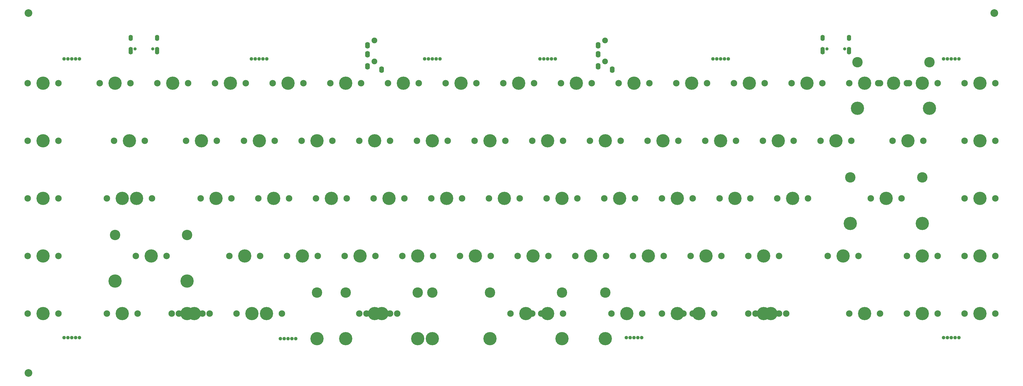
<source format=gts>
G04 #@! TF.GenerationSoftware,KiCad,Pcbnew,(5.0.0)*
G04 #@! TF.CreationDate,2020-01-09T12:02:49-05:00*
G04 #@! TF.ProjectId,split_65,73706C69745F36352E6B696361645F70,1.0*
G04 #@! TF.SameCoordinates,Original*
G04 #@! TF.FileFunction,Soldermask,Top*
G04 #@! TF.FilePolarity,Negative*
%FSLAX46Y46*%
G04 Gerber Fmt 4.6, Leading zero omitted, Abs format (unit mm)*
G04 Created by KiCad (PCBNEW (5.0.0)) date 01/09/20 12:02:49*
%MOMM*%
%LPD*%
G01*
G04 APERTURE LIST*
%ADD10C,4.387800*%
%ADD11C,2.150000*%
%ADD12C,1.050000*%
%ADD13O,1.400000X2.500000*%
%ADD14O,1.400000X2.000000*%
%ADD15O,1.600000X2.200000*%
%ADD16C,1.900000*%
%ADD17C,2.540000*%
%ADD18C,1.187400*%
%ADD19C,3.448000*%
G04 APERTURE END LIST*
D10*
G04 #@! TO.C,MX20*
X123825728Y-100013088D03*
D11*
X118745728Y-100013088D03*
X128905728Y-100013088D03*
G04 #@! TD*
G04 #@! TO.C,MX29*
X176531008Y-119063200D03*
X166371008Y-119063200D03*
D10*
X171451008Y-119063200D03*
G04 #@! TD*
D11*
G04 #@! TO.C,MX25*
X100330560Y-119063200D03*
X90170560Y-119063200D03*
D10*
X95250560Y-119063200D03*
G04 #@! TD*
D11*
G04 #@! TO.C,MX21*
X147955840Y-100013088D03*
X137795840Y-100013088D03*
D10*
X142875840Y-100013088D03*
G04 #@! TD*
D12*
G04 #@! TO.C,USB1*
X64802500Y-50601042D03*
X59022500Y-50601042D03*
D13*
X57592500Y-51131042D03*
X66232500Y-51131042D03*
D14*
X57592500Y-46951042D03*
X66232500Y-46951042D03*
G04 #@! TD*
D15*
G04 #@! TO.C,J1*
X135812500Y-49336990D03*
X135812500Y-52336990D03*
X135812500Y-56336990D03*
X140412500Y-57436990D03*
D16*
X138112500Y-47736990D03*
X138112500Y-54736990D03*
G04 #@! TD*
D12*
G04 #@! TO.C,USB2*
X293404292Y-50601042D03*
X287624292Y-50601042D03*
D13*
X286194292Y-51131042D03*
X294834292Y-51131042D03*
D14*
X286194292Y-46951042D03*
X294834292Y-46951042D03*
G04 #@! TD*
D16*
G04 #@! TO.C,J9*
X214312290Y-54736990D03*
X214312290Y-47736990D03*
D15*
X216612290Y-57436990D03*
X212012290Y-56336990D03*
X212012290Y-52336990D03*
X212012290Y-49336990D03*
G04 #@! TD*
D17*
G04 #@! TO.C,FID2*
X23812600Y-38695475D03*
G04 #@! TD*
G04 #@! TO.C,FID4*
X342901440Y-38695475D03*
G04 #@! TD*
G04 #@! TO.C,FID6*
X23812600Y-157758475D03*
G04 #@! TD*
D18*
G04 #@! TO.C,J3*
X35560160Y-146106175D03*
X36830160Y-146106175D03*
X40640160Y-146106175D03*
X39370160Y-146106175D03*
X38100160Y-146106175D03*
G04 #@! TD*
G04 #@! TO.C,J4*
X109537960Y-146447490D03*
X110807960Y-146447490D03*
X112077960Y-146447490D03*
X108267960Y-146447490D03*
X106997960Y-146447490D03*
G04 #@! TD*
G04 #@! TO.C,J5*
X38100160Y-53832350D03*
X39370160Y-53832350D03*
X40640160Y-53832350D03*
X36830160Y-53832350D03*
X35560160Y-53832350D03*
G04 #@! TD*
G04 #@! TO.C,J6*
X97472920Y-53832350D03*
X98742920Y-53832350D03*
X102552920Y-53832350D03*
X101282920Y-53832350D03*
X100012920Y-53832350D03*
G04 #@! TD*
G04 #@! TO.C,J7*
X154623160Y-53832350D03*
X155893160Y-53832350D03*
X159703160Y-53832350D03*
X158433160Y-53832350D03*
X157163160Y-53832350D03*
G04 #@! TD*
G04 #@! TO.C,J8*
X195263320Y-53832350D03*
X196533320Y-53832350D03*
X197803320Y-53832350D03*
X193993320Y-53832350D03*
X192723320Y-53832350D03*
G04 #@! TD*
G04 #@! TO.C,J11*
X249873560Y-53832350D03*
X251143560Y-53832350D03*
X254953560Y-53832350D03*
X253683560Y-53832350D03*
X252413560Y-53832350D03*
G04 #@! TD*
G04 #@! TO.C,J12*
X328613880Y-53832350D03*
X329883880Y-53832350D03*
X331153880Y-53832350D03*
X327343880Y-53832350D03*
X326073880Y-53832350D03*
G04 #@! TD*
G04 #@! TO.C,J13*
X328613880Y-146106175D03*
X329883880Y-146106175D03*
X331153880Y-146106175D03*
X327343880Y-146106175D03*
X326073880Y-146106175D03*
G04 #@! TD*
G04 #@! TO.C,J14*
X221298440Y-146106175D03*
X222568440Y-146106175D03*
X226378440Y-146106175D03*
X225108440Y-146106175D03*
X223838440Y-146106175D03*
G04 #@! TD*
D11*
G04 #@! TO.C,MX0*
X33655168Y-61912864D03*
X23495168Y-61912864D03*
D10*
X28575168Y-61912864D03*
G04 #@! TD*
D11*
G04 #@! TO.C,MX1*
X57467808Y-61912864D03*
X47307808Y-61912864D03*
D10*
X52387808Y-61912864D03*
G04 #@! TD*
D11*
G04 #@! TO.C,MX2*
X76517920Y-61912864D03*
X66357920Y-61912864D03*
D10*
X71437920Y-61912864D03*
G04 #@! TD*
D11*
G04 #@! TO.C,MX3*
X95568032Y-61912864D03*
X85408032Y-61912864D03*
D10*
X90488032Y-61912864D03*
G04 #@! TD*
G04 #@! TO.C,MX4*
X109538144Y-61912864D03*
D11*
X104458144Y-61912864D03*
X114618144Y-61912864D03*
G04 #@! TD*
D10*
G04 #@! TO.C,MX5*
X128588256Y-61912864D03*
D11*
X123508256Y-61912864D03*
X133668256Y-61912864D03*
G04 #@! TD*
D10*
G04 #@! TO.C,MX6*
X147638368Y-61912864D03*
D11*
X142558368Y-61912864D03*
X152718368Y-61912864D03*
G04 #@! TD*
D10*
G04 #@! TO.C,MX7*
X166688480Y-61912864D03*
D11*
X161608480Y-61912864D03*
X171768480Y-61912864D03*
G04 #@! TD*
D10*
G04 #@! TO.C,MX8*
X28575168Y-80962976D03*
D11*
X23495168Y-80962976D03*
X33655168Y-80962976D03*
G04 #@! TD*
D10*
G04 #@! TO.C,MX9*
X57150336Y-80962976D03*
D11*
X52070336Y-80962976D03*
X62230336Y-80962976D03*
G04 #@! TD*
D10*
G04 #@! TO.C,MX10*
X80962976Y-80962976D03*
D11*
X75882976Y-80962976D03*
X86042976Y-80962976D03*
G04 #@! TD*
D10*
G04 #@! TO.C,MX11*
X100013088Y-80962976D03*
D11*
X94933088Y-80962976D03*
X105093088Y-80962976D03*
G04 #@! TD*
G04 #@! TO.C,MX12*
X124143200Y-80962976D03*
X113983200Y-80962976D03*
D10*
X119063200Y-80962976D03*
G04 #@! TD*
D11*
G04 #@! TO.C,MX13*
X143193312Y-80962976D03*
X133033312Y-80962976D03*
D10*
X138113312Y-80962976D03*
G04 #@! TD*
G04 #@! TO.C,MX14*
X157163424Y-80962976D03*
D11*
X152083424Y-80962976D03*
X162243424Y-80962976D03*
G04 #@! TD*
G04 #@! TO.C,MX15*
X33655168Y-100013088D03*
X23495168Y-100013088D03*
D10*
X28575168Y-100013088D03*
G04 #@! TD*
G04 #@! TO.C,MX18*
X85725504Y-100013088D03*
D11*
X80645504Y-100013088D03*
X90805504Y-100013088D03*
G04 #@! TD*
G04 #@! TO.C,MX19*
X109855616Y-100013088D03*
X99695616Y-100013088D03*
D10*
X104775616Y-100013088D03*
G04 #@! TD*
G04 #@! TO.C,MX22*
X161925952Y-100013088D03*
D11*
X156845952Y-100013088D03*
X167005952Y-100013088D03*
G04 #@! TD*
G04 #@! TO.C,MX23*
X33655168Y-119063200D03*
X23495168Y-119063200D03*
D10*
X28575168Y-119063200D03*
G04 #@! TD*
G04 #@! TO.C,MX24*
X76200378Y-127318200D03*
X52387878Y-127318200D03*
D19*
X76200378Y-112078200D03*
X52387878Y-112078200D03*
D11*
X69374128Y-119063200D03*
X59214128Y-119063200D03*
D10*
X64294128Y-119063200D03*
G04 #@! TD*
D11*
G04 #@! TO.C,MX26*
X119380672Y-119063200D03*
X109220672Y-119063200D03*
D10*
X114300672Y-119063200D03*
G04 #@! TD*
D11*
G04 #@! TO.C,MX27*
X138430784Y-119063200D03*
X128270784Y-119063200D03*
D10*
X133350784Y-119063200D03*
G04 #@! TD*
G04 #@! TO.C,MX28*
X152400896Y-119063200D03*
D11*
X147320896Y-119063200D03*
X157480896Y-119063200D03*
G04 #@! TD*
D10*
G04 #@! TO.C,MX30*
X28575168Y-138113312D03*
D11*
X23495168Y-138113312D03*
X33655168Y-138113312D03*
G04 #@! TD*
G04 #@! TO.C,MX31*
X81280448Y-138113312D03*
X71120448Y-138113312D03*
D10*
X76200448Y-138113312D03*
G04 #@! TD*
D11*
G04 #@! TO.C,MX32*
X59849072Y-138113312D03*
X49689072Y-138113312D03*
D10*
X54769072Y-138113312D03*
G04 #@! TD*
D11*
G04 #@! TO.C,MX33*
X83661712Y-138113312D03*
X73501712Y-138113312D03*
D10*
X78581712Y-138113312D03*
G04 #@! TD*
G04 #@! TO.C,MX34*
X97631824Y-138113312D03*
D11*
X92551824Y-138113312D03*
X102711824Y-138113312D03*
G04 #@! TD*
D10*
G04 #@! TO.C,MX35*
X102394352Y-138113312D03*
D11*
X97314352Y-138113312D03*
X107474352Y-138113312D03*
G04 #@! TD*
D10*
G04 #@! TO.C,MX36*
X157163312Y-146368312D03*
X119063312Y-146368312D03*
D19*
X157163312Y-131128312D03*
X119063312Y-131128312D03*
D11*
X143193312Y-138113312D03*
X133033312Y-138113312D03*
D10*
X138113312Y-138113312D03*
G04 #@! TD*
G04 #@! TO.C,MX37*
X152400826Y-146368312D03*
X128588326Y-146368312D03*
D19*
X152400826Y-131128312D03*
X128588326Y-131128312D03*
D11*
X145574576Y-138113312D03*
X135414576Y-138113312D03*
D10*
X140494576Y-138113312D03*
G04 #@! TD*
G04 #@! TO.C,MX38*
X185738676Y-61912864D03*
D11*
X180658676Y-61912864D03*
X190818676Y-61912864D03*
G04 #@! TD*
D10*
G04 #@! TO.C,MX39*
X204788788Y-61912864D03*
D11*
X199708788Y-61912864D03*
X209868788Y-61912864D03*
G04 #@! TD*
G04 #@! TO.C,MX40*
X228918900Y-61912864D03*
X218758900Y-61912864D03*
D10*
X223838900Y-61912864D03*
G04 #@! TD*
D11*
G04 #@! TO.C,MX41*
X247969012Y-61912864D03*
X237809012Y-61912864D03*
D10*
X242889012Y-61912864D03*
G04 #@! TD*
D11*
G04 #@! TO.C,MX42*
X267019124Y-61912864D03*
X256859124Y-61912864D03*
D10*
X261939124Y-61912864D03*
G04 #@! TD*
G04 #@! TO.C,MX43*
X280989236Y-61912864D03*
D11*
X275909236Y-61912864D03*
X286069236Y-61912864D03*
G04 #@! TD*
G04 #@! TO.C,MX44*
X305119348Y-61912864D03*
X294959348Y-61912864D03*
D10*
X300039348Y-61912864D03*
G04 #@! TD*
G04 #@! TO.C,MX45*
X321470654Y-70167864D03*
X297658154Y-70167864D03*
D19*
X321470654Y-54927864D03*
X297658154Y-54927864D03*
D11*
X314644404Y-61912864D03*
X304484404Y-61912864D03*
D10*
X309564404Y-61912864D03*
G04 #@! TD*
D11*
G04 #@! TO.C,MX46*
X324169460Y-61912864D03*
X314009460Y-61912864D03*
D10*
X319089460Y-61912864D03*
G04 #@! TD*
G04 #@! TO.C,MX47*
X338139572Y-61912864D03*
D11*
X333059572Y-61912864D03*
X343219572Y-61912864D03*
G04 #@! TD*
D10*
G04 #@! TO.C,MX48*
X176213620Y-80962976D03*
D11*
X171133620Y-80962976D03*
X181293620Y-80962976D03*
G04 #@! TD*
G04 #@! TO.C,MX49*
X200343732Y-80962976D03*
X190183732Y-80962976D03*
D10*
X195263732Y-80962976D03*
G04 #@! TD*
G04 #@! TO.C,MX50*
X214313844Y-80962976D03*
D11*
X209233844Y-80962976D03*
X219393844Y-80962976D03*
G04 #@! TD*
G04 #@! TO.C,MX51*
X238443956Y-80962976D03*
X228283956Y-80962976D03*
D10*
X233363956Y-80962976D03*
G04 #@! TD*
G04 #@! TO.C,MX52*
X252414068Y-80962976D03*
D11*
X247334068Y-80962976D03*
X257494068Y-80962976D03*
G04 #@! TD*
G04 #@! TO.C,MX53*
X276544180Y-80962976D03*
X266384180Y-80962976D03*
D10*
X271464180Y-80962976D03*
G04 #@! TD*
G04 #@! TO.C,MX54*
X290514292Y-80962976D03*
D11*
X285434292Y-80962976D03*
X295594292Y-80962976D03*
G04 #@! TD*
G04 #@! TO.C,MX55*
X319406932Y-80962976D03*
X309246932Y-80962976D03*
D10*
X314326932Y-80962976D03*
G04 #@! TD*
D11*
G04 #@! TO.C,MX56*
X343219572Y-80962976D03*
X333059572Y-80962976D03*
D10*
X338139572Y-80962976D03*
G04 #@! TD*
D11*
G04 #@! TO.C,MX57*
X186056148Y-100013088D03*
X175896148Y-100013088D03*
D10*
X180976148Y-100013088D03*
G04 #@! TD*
G04 #@! TO.C,MX58*
X200026260Y-100013088D03*
D11*
X194946260Y-100013088D03*
X205106260Y-100013088D03*
G04 #@! TD*
D10*
G04 #@! TO.C,MX59*
X219076372Y-100013088D03*
D11*
X213996372Y-100013088D03*
X224156372Y-100013088D03*
G04 #@! TD*
G04 #@! TO.C,MX60*
X243206484Y-100013088D03*
X233046484Y-100013088D03*
D10*
X238126484Y-100013088D03*
G04 #@! TD*
G04 #@! TO.C,MX61*
X257176596Y-100013088D03*
D11*
X252096596Y-100013088D03*
X262256596Y-100013088D03*
G04 #@! TD*
G04 #@! TO.C,MX62*
X281306708Y-100013088D03*
X271146708Y-100013088D03*
D10*
X276226708Y-100013088D03*
G04 #@! TD*
G04 #@! TO.C,MX63*
X319089390Y-108268088D03*
X295276890Y-108268088D03*
D19*
X319089390Y-93028088D03*
X295276890Y-93028088D03*
D11*
X312263140Y-100013088D03*
X302103140Y-100013088D03*
D10*
X307183140Y-100013088D03*
G04 #@! TD*
G04 #@! TO.C,MX64*
X338139572Y-100013088D03*
D11*
X333059572Y-100013088D03*
X343219572Y-100013088D03*
G04 #@! TD*
D10*
G04 #@! TO.C,MX65*
X190501204Y-119063200D03*
D11*
X185421204Y-119063200D03*
X195581204Y-119063200D03*
G04 #@! TD*
G04 #@! TO.C,MX66*
X214631316Y-119063200D03*
X204471316Y-119063200D03*
D10*
X209551316Y-119063200D03*
G04 #@! TD*
G04 #@! TO.C,MX67*
X228601428Y-119063200D03*
D11*
X223521428Y-119063200D03*
X233681428Y-119063200D03*
G04 #@! TD*
G04 #@! TO.C,MX68*
X252731540Y-119063200D03*
X242571540Y-119063200D03*
D10*
X247651540Y-119063200D03*
G04 #@! TD*
G04 #@! TO.C,MX69*
X266701652Y-119063200D03*
D11*
X261621652Y-119063200D03*
X271781652Y-119063200D03*
G04 #@! TD*
D10*
G04 #@! TO.C,MX70*
X292895556Y-119063200D03*
D11*
X287815556Y-119063200D03*
X297975556Y-119063200D03*
G04 #@! TD*
D10*
G04 #@! TO.C,MX71*
X319089460Y-119063200D03*
D11*
X314009460Y-119063200D03*
X324169460Y-119063200D03*
G04 #@! TD*
D10*
G04 #@! TO.C,MX72*
X338139572Y-119063200D03*
D11*
X333059572Y-119063200D03*
X343219572Y-119063200D03*
G04 #@! TD*
D10*
G04 #@! TO.C,MX73*
X195263732Y-138113312D03*
D11*
X190183732Y-138113312D03*
X200343732Y-138113312D03*
D19*
X176213732Y-131128312D03*
X214313732Y-131128312D03*
D10*
X176213732Y-146368312D03*
X214313732Y-146368312D03*
G04 #@! TD*
G04 #@! TO.C,MX74*
X188119940Y-138113312D03*
D11*
X183039940Y-138113312D03*
X193199940Y-138113312D03*
D19*
X176213690Y-131128312D03*
X200026190Y-131128312D03*
D10*
X176213690Y-146368312D03*
X200026190Y-146368312D03*
G04 #@! TD*
G04 #@! TO.C,MX75*
X221457636Y-138113312D03*
D11*
X216377636Y-138113312D03*
X226537636Y-138113312D03*
G04 #@! TD*
G04 #@! TO.C,MX76*
X243206484Y-138113312D03*
X233046484Y-138113312D03*
D10*
X238126484Y-138113312D03*
G04 #@! TD*
D11*
G04 #@! TO.C,MX77*
X250350276Y-138113312D03*
X240190276Y-138113312D03*
D10*
X245270276Y-138113312D03*
G04 #@! TD*
G04 #@! TO.C,MX78*
X266701652Y-138113312D03*
D11*
X261621652Y-138113312D03*
X271781652Y-138113312D03*
G04 #@! TD*
D10*
G04 #@! TO.C,MX79*
X269082916Y-138113312D03*
D11*
X264002916Y-138113312D03*
X274162916Y-138113312D03*
G04 #@! TD*
D10*
G04 #@! TO.C,MX80*
X300039348Y-138113312D03*
D11*
X294959348Y-138113312D03*
X305119348Y-138113312D03*
G04 #@! TD*
G04 #@! TO.C,MX81*
X324169460Y-138113312D03*
X314009460Y-138113312D03*
D10*
X319089460Y-138113312D03*
G04 #@! TD*
D11*
G04 #@! TO.C,MX82*
X343219572Y-138113312D03*
X333059572Y-138113312D03*
D10*
X338139572Y-138113312D03*
G04 #@! TD*
G04 #@! TO.C,MX16*
X54769072Y-100013088D03*
D11*
X49689072Y-100013088D03*
X59849072Y-100013088D03*
G04 #@! TD*
D10*
G04 #@! TO.C,MX17*
X59531600Y-100013088D03*
D11*
X54451600Y-100013088D03*
X64611600Y-100013088D03*
G04 #@! TD*
M02*

</source>
